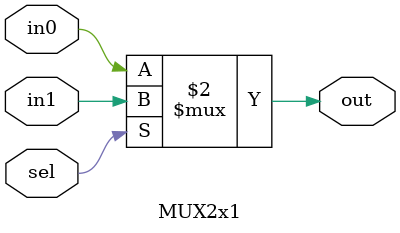
<source format=v>
module MUX2x1(input in0, in1, sel,
    output out);
    assign out = (sel == 0)? in0: in1;
endmodule
</source>
